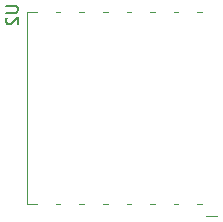
<source format=gbr>
G04 #@! TF.GenerationSoftware,KiCad,Pcbnew,(5.1.5)-3*
G04 #@! TF.CreationDate,2020-11-12T13:32:49+01:00*
G04 #@! TF.ProjectId,ESP8266_RGBA_Receiver,45535038-3236-4365-9f52-4742415f5265,rev?*
G04 #@! TF.SameCoordinates,Original*
G04 #@! TF.FileFunction,Legend,Bot*
G04 #@! TF.FilePolarity,Positive*
%FSLAX46Y46*%
G04 Gerber Fmt 4.6, Leading zero omitted, Abs format (unit mm)*
G04 Created by KiCad (PCBNEW (5.1.5)-3) date 2020-11-12 13:32:49*
%MOMM*%
%LPD*%
G04 APERTURE LIST*
%ADD10C,0.120000*%
%ADD11C,0.150000*%
G04 APERTURE END LIST*
D10*
X81529000Y-51717000D02*
X80709000Y-51717000D01*
X80709000Y-51717000D02*
X80709000Y-67957000D01*
X80709000Y-67957000D02*
X81529000Y-67957000D01*
X96829000Y-68987000D02*
X95829000Y-68987000D01*
X83129000Y-67957000D02*
X83529000Y-67957000D01*
X83129000Y-51717000D02*
X83529000Y-51717000D01*
X85129000Y-67957000D02*
X85529000Y-67957000D01*
X85129000Y-51717000D02*
X85529000Y-51717000D01*
X87129000Y-67957000D02*
X87529000Y-67957000D01*
X87129000Y-51717000D02*
X87529000Y-51717000D01*
X89129000Y-67957000D02*
X89529000Y-67957000D01*
X89129000Y-51717000D02*
X89529000Y-51717000D01*
X91129000Y-67957000D02*
X91529000Y-67957000D01*
X91129000Y-51717000D02*
X91529000Y-51717000D01*
X93129000Y-67957000D02*
X93529000Y-67957000D01*
X93129000Y-51717000D02*
X93529000Y-51717000D01*
X95129000Y-67957000D02*
X95529000Y-67957000D01*
X95129000Y-51717000D02*
X95529000Y-51717000D01*
D11*
X78943380Y-51201095D02*
X79752904Y-51201095D01*
X79848142Y-51248714D01*
X79895761Y-51296333D01*
X79943380Y-51391571D01*
X79943380Y-51582047D01*
X79895761Y-51677285D01*
X79848142Y-51724904D01*
X79752904Y-51772523D01*
X78943380Y-51772523D01*
X79038619Y-52201095D02*
X78991000Y-52248714D01*
X78943380Y-52343952D01*
X78943380Y-52582047D01*
X78991000Y-52677285D01*
X79038619Y-52724904D01*
X79133857Y-52772523D01*
X79229095Y-52772523D01*
X79371952Y-52724904D01*
X79943380Y-52153476D01*
X79943380Y-52772523D01*
M02*

</source>
